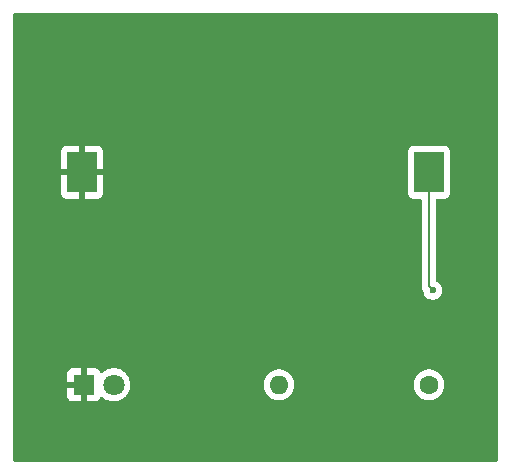
<source format=gbr>
%TF.GenerationSoftware,KiCad,Pcbnew,9.0.0*%
%TF.CreationDate,2025-03-13T21:02:51+03:00*%
%TF.ProjectId,getting_started,67657474-696e-4675-9f73-746172746564,rev?*%
%TF.SameCoordinates,Original*%
%TF.FileFunction,Copper,L2,Bot*%
%TF.FilePolarity,Positive*%
%FSLAX46Y46*%
G04 Gerber Fmt 4.6, Leading zero omitted, Abs format (unit mm)*
G04 Created by KiCad (PCBNEW 9.0.0) date 2025-03-13 21:02:51*
%MOMM*%
%LPD*%
G01*
G04 APERTURE LIST*
%TA.AperFunction,ComponentPad*%
%ADD10C,1.600000*%
%TD*%
%TA.AperFunction,ComponentPad*%
%ADD11O,1.600000X1.600000*%
%TD*%
%TA.AperFunction,SMDPad,CuDef*%
%ADD12R,2.540000X3.510000*%
%TD*%
%TA.AperFunction,ComponentPad*%
%ADD13C,1.800000*%
%TD*%
%TA.AperFunction,ComponentPad*%
%ADD14R,1.800000X1.800000*%
%TD*%
%TA.AperFunction,ViaPad*%
%ADD15C,0.600000*%
%TD*%
%TA.AperFunction,Conductor*%
%ADD16C,0.200000*%
%TD*%
G04 APERTURE END LIST*
D10*
%TO.P,R1,1*%
%TO.N,VCC*%
X148700000Y-53000000D03*
D11*
%TO.P,R1,2*%
%TO.N,/led*%
X136000000Y-53000000D03*
%TD*%
D12*
%TO.P,BT1,1,+*%
%TO.N,VCC*%
X148680000Y-35000000D03*
%TO.P,BT1,2,-*%
%TO.N,GND*%
X119320000Y-35000000D03*
%TD*%
D13*
%TO.P,D1,2,A*%
%TO.N,/led*%
X122000000Y-53000000D03*
D14*
%TO.P,D1,1,K*%
%TO.N,GND*%
X119460000Y-53000000D03*
%TD*%
D15*
%TO.N,VCC*%
X149000000Y-45000000D03*
%TD*%
D16*
%TO.N,GND*%
X119320000Y-35000000D02*
X119320000Y-52860000D01*
X119320000Y-52860000D02*
X119460000Y-53000000D01*
%TO.N,VCC*%
X148680000Y-35000000D02*
X148680000Y-44680000D01*
X148680000Y-44680000D02*
X149000000Y-45000000D01*
%TD*%
%TA.AperFunction,Conductor*%
%TO.N,GND*%
G36*
X154442539Y-21520185D02*
G01*
X154488294Y-21572989D01*
X154499500Y-21624500D01*
X154499500Y-59375500D01*
X154479815Y-59442539D01*
X154427011Y-59488294D01*
X154375500Y-59499500D01*
X113624500Y-59499500D01*
X113557461Y-59479815D01*
X113511706Y-59427011D01*
X113500500Y-59375500D01*
X113500500Y-52052155D01*
X118060000Y-52052155D01*
X118060000Y-52750000D01*
X119084722Y-52750000D01*
X119040667Y-52826306D01*
X119010000Y-52940756D01*
X119010000Y-53059244D01*
X119040667Y-53173694D01*
X119084722Y-53250000D01*
X118060000Y-53250000D01*
X118060000Y-53947844D01*
X118066401Y-54007372D01*
X118066403Y-54007379D01*
X118116645Y-54142086D01*
X118116649Y-54142093D01*
X118202809Y-54257187D01*
X118202812Y-54257190D01*
X118317906Y-54343350D01*
X118317913Y-54343354D01*
X118452620Y-54393596D01*
X118452627Y-54393598D01*
X118512155Y-54399999D01*
X118512172Y-54400000D01*
X119210000Y-54400000D01*
X119210000Y-53375277D01*
X119286306Y-53419333D01*
X119400756Y-53450000D01*
X119519244Y-53450000D01*
X119633694Y-53419333D01*
X119710000Y-53375277D01*
X119710000Y-54400000D01*
X120407828Y-54400000D01*
X120407844Y-54399999D01*
X120467372Y-54393598D01*
X120467379Y-54393596D01*
X120602086Y-54343354D01*
X120602093Y-54343350D01*
X120717187Y-54257190D01*
X120717190Y-54257187D01*
X120803350Y-54142093D01*
X120803354Y-54142086D01*
X120833213Y-54062031D01*
X120875084Y-54006097D01*
X120940548Y-53981680D01*
X121008821Y-53996531D01*
X121037076Y-54017683D01*
X121087636Y-54068243D01*
X121087641Y-54068247D01*
X121243192Y-54181260D01*
X121265978Y-54197815D01*
X121382501Y-54257187D01*
X121462393Y-54297895D01*
X121462396Y-54297896D01*
X121567221Y-54331955D01*
X121672049Y-54366015D01*
X121889778Y-54400500D01*
X121889779Y-54400500D01*
X122110221Y-54400500D01*
X122110222Y-54400500D01*
X122327951Y-54366015D01*
X122537606Y-54297895D01*
X122734022Y-54197815D01*
X122912365Y-54068242D01*
X123068242Y-53912365D01*
X123197815Y-53734022D01*
X123297895Y-53537606D01*
X123366015Y-53327951D01*
X123400500Y-53110222D01*
X123400500Y-52897648D01*
X134699500Y-52897648D01*
X134699500Y-53102351D01*
X134731522Y-53304534D01*
X134794781Y-53499223D01*
X134887715Y-53681613D01*
X135008028Y-53847213D01*
X135152786Y-53991971D01*
X135307749Y-54104556D01*
X135318390Y-54112287D01*
X135434607Y-54171503D01*
X135500776Y-54205218D01*
X135500778Y-54205218D01*
X135500781Y-54205220D01*
X135605137Y-54239127D01*
X135695465Y-54268477D01*
X135796557Y-54284488D01*
X135897648Y-54300500D01*
X135897649Y-54300500D01*
X136102351Y-54300500D01*
X136102352Y-54300500D01*
X136304534Y-54268477D01*
X136499219Y-54205220D01*
X136681610Y-54112287D01*
X136774590Y-54044732D01*
X136847213Y-53991971D01*
X136847215Y-53991968D01*
X136847219Y-53991966D01*
X136991966Y-53847219D01*
X136991968Y-53847215D01*
X136991971Y-53847213D01*
X137044732Y-53774590D01*
X137112287Y-53681610D01*
X137205220Y-53499219D01*
X137268477Y-53304534D01*
X137300500Y-53102352D01*
X137300500Y-52897648D01*
X147399500Y-52897648D01*
X147399500Y-53102351D01*
X147431522Y-53304534D01*
X147494781Y-53499223D01*
X147587715Y-53681613D01*
X147708028Y-53847213D01*
X147852786Y-53991971D01*
X148007749Y-54104556D01*
X148018390Y-54112287D01*
X148134607Y-54171503D01*
X148200776Y-54205218D01*
X148200778Y-54205218D01*
X148200781Y-54205220D01*
X148305137Y-54239127D01*
X148395465Y-54268477D01*
X148496557Y-54284488D01*
X148597648Y-54300500D01*
X148597649Y-54300500D01*
X148802351Y-54300500D01*
X148802352Y-54300500D01*
X149004534Y-54268477D01*
X149199219Y-54205220D01*
X149381610Y-54112287D01*
X149474590Y-54044732D01*
X149547213Y-53991971D01*
X149547215Y-53991968D01*
X149547219Y-53991966D01*
X149691966Y-53847219D01*
X149691968Y-53847215D01*
X149691971Y-53847213D01*
X149744732Y-53774590D01*
X149812287Y-53681610D01*
X149905220Y-53499219D01*
X149968477Y-53304534D01*
X150000500Y-53102352D01*
X150000500Y-52897648D01*
X149968477Y-52695465D01*
X149939127Y-52605137D01*
X149905220Y-52500781D01*
X149905218Y-52500778D01*
X149905218Y-52500776D01*
X149871503Y-52434607D01*
X149812287Y-52318390D01*
X149774205Y-52265974D01*
X149691971Y-52152786D01*
X149547213Y-52008028D01*
X149381613Y-51887715D01*
X149381612Y-51887714D01*
X149381610Y-51887713D01*
X149323111Y-51857906D01*
X149199223Y-51794781D01*
X149004534Y-51731522D01*
X148818799Y-51702105D01*
X148802352Y-51699500D01*
X148597648Y-51699500D01*
X148581201Y-51702105D01*
X148395465Y-51731522D01*
X148200776Y-51794781D01*
X148018386Y-51887715D01*
X147852786Y-52008028D01*
X147708028Y-52152786D01*
X147587715Y-52318386D01*
X147494781Y-52500776D01*
X147431522Y-52695465D01*
X147399500Y-52897648D01*
X137300500Y-52897648D01*
X137268477Y-52695465D01*
X137239127Y-52605137D01*
X137205220Y-52500781D01*
X137205218Y-52500778D01*
X137205218Y-52500776D01*
X137171503Y-52434607D01*
X137112287Y-52318390D01*
X137074205Y-52265974D01*
X136991971Y-52152786D01*
X136847213Y-52008028D01*
X136681613Y-51887715D01*
X136681612Y-51887714D01*
X136681610Y-51887713D01*
X136623111Y-51857906D01*
X136499223Y-51794781D01*
X136304534Y-51731522D01*
X136118799Y-51702105D01*
X136102352Y-51699500D01*
X135897648Y-51699500D01*
X135881201Y-51702105D01*
X135695465Y-51731522D01*
X135500776Y-51794781D01*
X135318386Y-51887715D01*
X135152786Y-52008028D01*
X135008028Y-52152786D01*
X134887715Y-52318386D01*
X134794781Y-52500776D01*
X134731522Y-52695465D01*
X134699500Y-52897648D01*
X123400500Y-52897648D01*
X123400500Y-52889778D01*
X123366015Y-52672049D01*
X123331955Y-52567221D01*
X123297896Y-52462396D01*
X123297895Y-52462393D01*
X123263237Y-52394375D01*
X123197815Y-52265978D01*
X123115573Y-52152781D01*
X123068247Y-52087641D01*
X123068243Y-52087636D01*
X122912363Y-51931756D01*
X122912358Y-51931752D01*
X122734025Y-51802187D01*
X122734024Y-51802186D01*
X122734022Y-51802185D01*
X122671096Y-51770122D01*
X122537606Y-51702104D01*
X122537603Y-51702103D01*
X122327952Y-51633985D01*
X122219086Y-51616742D01*
X122110222Y-51599500D01*
X121889778Y-51599500D01*
X121817201Y-51610995D01*
X121672047Y-51633985D01*
X121462396Y-51702103D01*
X121462393Y-51702104D01*
X121265974Y-51802187D01*
X121087641Y-51931752D01*
X121087636Y-51931756D01*
X121037075Y-51982317D01*
X120975752Y-52015801D01*
X120906060Y-52010816D01*
X120850127Y-51968945D01*
X120833213Y-51937968D01*
X120803354Y-51857913D01*
X120803350Y-51857906D01*
X120717190Y-51742812D01*
X120717187Y-51742809D01*
X120602093Y-51656649D01*
X120602086Y-51656645D01*
X120467379Y-51606403D01*
X120467372Y-51606401D01*
X120407844Y-51600000D01*
X119710000Y-51600000D01*
X119710000Y-52624722D01*
X119633694Y-52580667D01*
X119519244Y-52550000D01*
X119400756Y-52550000D01*
X119286306Y-52580667D01*
X119210000Y-52624722D01*
X119210000Y-51600000D01*
X118512155Y-51600000D01*
X118452627Y-51606401D01*
X118452620Y-51606403D01*
X118317913Y-51656645D01*
X118317906Y-51656649D01*
X118202812Y-51742809D01*
X118202809Y-51742812D01*
X118116649Y-51857906D01*
X118116645Y-51857913D01*
X118066403Y-51992620D01*
X118066401Y-51992627D01*
X118060000Y-52052155D01*
X113500500Y-52052155D01*
X113500500Y-36802844D01*
X117550000Y-36802844D01*
X117556401Y-36862372D01*
X117556403Y-36862379D01*
X117606645Y-36997086D01*
X117606649Y-36997093D01*
X117692809Y-37112187D01*
X117692812Y-37112190D01*
X117807906Y-37198350D01*
X117807913Y-37198354D01*
X117942620Y-37248596D01*
X117942627Y-37248598D01*
X118002155Y-37254999D01*
X118002172Y-37255000D01*
X119070000Y-37255000D01*
X119570000Y-37255000D01*
X120637828Y-37255000D01*
X120637844Y-37254999D01*
X120697372Y-37248598D01*
X120697379Y-37248596D01*
X120832086Y-37198354D01*
X120832093Y-37198350D01*
X120947187Y-37112190D01*
X120947190Y-37112187D01*
X121033350Y-36997093D01*
X121033354Y-36997086D01*
X121083596Y-36862379D01*
X121083598Y-36862372D01*
X121089999Y-36802844D01*
X121090000Y-36802827D01*
X121090000Y-35250000D01*
X119570000Y-35250000D01*
X119570000Y-37255000D01*
X119070000Y-37255000D01*
X119070000Y-35250000D01*
X117550000Y-35250000D01*
X117550000Y-36802844D01*
X113500500Y-36802844D01*
X113500500Y-33197155D01*
X117550000Y-33197155D01*
X117550000Y-34750000D01*
X119070000Y-34750000D01*
X119570000Y-34750000D01*
X121090000Y-34750000D01*
X121090000Y-33197164D01*
X121089997Y-33197135D01*
X146909500Y-33197135D01*
X146909500Y-36802870D01*
X146909501Y-36802876D01*
X146915908Y-36862483D01*
X146966202Y-36997328D01*
X146966206Y-36997335D01*
X147052452Y-37112544D01*
X147052455Y-37112547D01*
X147167664Y-37198793D01*
X147167671Y-37198797D01*
X147212618Y-37215561D01*
X147302517Y-37249091D01*
X147362127Y-37255500D01*
X147955500Y-37255499D01*
X148022539Y-37275183D01*
X148068294Y-37327987D01*
X148079500Y-37379499D01*
X148079500Y-44593330D01*
X148079499Y-44593348D01*
X148079499Y-44759054D01*
X148079498Y-44759054D01*
X148079499Y-44759057D01*
X148120423Y-44911785D01*
X148120424Y-44911787D01*
X148120423Y-44911787D01*
X148125709Y-44920941D01*
X148125711Y-44920944D01*
X148182887Y-45019976D01*
X148197084Y-45072961D01*
X148198903Y-45072782D01*
X148199500Y-45078846D01*
X148230261Y-45233489D01*
X148230264Y-45233501D01*
X148290602Y-45379172D01*
X148290609Y-45379185D01*
X148378210Y-45510288D01*
X148378213Y-45510292D01*
X148489707Y-45621786D01*
X148489711Y-45621789D01*
X148620814Y-45709390D01*
X148620827Y-45709397D01*
X148766498Y-45769735D01*
X148766503Y-45769737D01*
X148921153Y-45800499D01*
X148921156Y-45800500D01*
X148921158Y-45800500D01*
X149078844Y-45800500D01*
X149078845Y-45800499D01*
X149233497Y-45769737D01*
X149379179Y-45709394D01*
X149510289Y-45621789D01*
X149621789Y-45510289D01*
X149709394Y-45379179D01*
X149769737Y-45233497D01*
X149800500Y-45078842D01*
X149800500Y-44921158D01*
X149800500Y-44921155D01*
X149800499Y-44921153D01*
X149769738Y-44766510D01*
X149769737Y-44766503D01*
X149766652Y-44759054D01*
X149709397Y-44620827D01*
X149709390Y-44620814D01*
X149621789Y-44489711D01*
X149621786Y-44489707D01*
X149510292Y-44378213D01*
X149510288Y-44378210D01*
X149379185Y-44290609D01*
X149379170Y-44290601D01*
X149357046Y-44281437D01*
X149302643Y-44237596D01*
X149280579Y-44171301D01*
X149280500Y-44166877D01*
X149280500Y-37379499D01*
X149300185Y-37312460D01*
X149352989Y-37266705D01*
X149404500Y-37255499D01*
X149997871Y-37255499D01*
X149997872Y-37255499D01*
X150057483Y-37249091D01*
X150192331Y-37198796D01*
X150307546Y-37112546D01*
X150393796Y-36997331D01*
X150444091Y-36862483D01*
X150450500Y-36802873D01*
X150450499Y-33197128D01*
X150444091Y-33137517D01*
X150393884Y-33002906D01*
X150393797Y-33002671D01*
X150393793Y-33002664D01*
X150307547Y-32887455D01*
X150307544Y-32887452D01*
X150192335Y-32801206D01*
X150192328Y-32801202D01*
X150057482Y-32750908D01*
X150057483Y-32750908D01*
X149997883Y-32744501D01*
X149997881Y-32744500D01*
X149997873Y-32744500D01*
X149997864Y-32744500D01*
X147362129Y-32744500D01*
X147362123Y-32744501D01*
X147302516Y-32750908D01*
X147167671Y-32801202D01*
X147167664Y-32801206D01*
X147052455Y-32887452D01*
X147052452Y-32887455D01*
X146966206Y-33002664D01*
X146966202Y-33002671D01*
X146915908Y-33137517D01*
X146909501Y-33197116D01*
X146909501Y-33197123D01*
X146909500Y-33197135D01*
X121089997Y-33197135D01*
X121083598Y-33137627D01*
X121083596Y-33137620D01*
X121033354Y-33002913D01*
X121033350Y-33002906D01*
X120947190Y-32887812D01*
X120947187Y-32887809D01*
X120832093Y-32801649D01*
X120832086Y-32801645D01*
X120697379Y-32751403D01*
X120697372Y-32751401D01*
X120637844Y-32745000D01*
X119570000Y-32745000D01*
X119570000Y-34750000D01*
X119070000Y-34750000D01*
X119070000Y-32745000D01*
X118002155Y-32745000D01*
X117942627Y-32751401D01*
X117942620Y-32751403D01*
X117807913Y-32801645D01*
X117807906Y-32801649D01*
X117692812Y-32887809D01*
X117692809Y-32887812D01*
X117606649Y-33002906D01*
X117606645Y-33002913D01*
X117556403Y-33137620D01*
X117556401Y-33137627D01*
X117550000Y-33197155D01*
X113500500Y-33197155D01*
X113500500Y-21624500D01*
X113520185Y-21557461D01*
X113572989Y-21511706D01*
X113624500Y-21500500D01*
X154375500Y-21500500D01*
X154442539Y-21520185D01*
G37*
%TD.AperFunction*%
%TD*%
M02*

</source>
